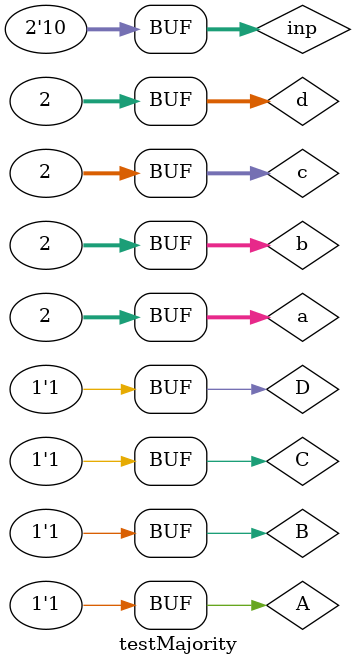
<source format=v>
module testMajority();
	reg A, B, C, D;
	reg [1:0] inp;
	integer a,b,c,d;
	assign inp[0] =0;
	assign inp[1] =1;
	wire Y;
Majority4B test(.A(A), .B(B), .C(C), .D(D), .Y(Y));
initial
begin
	for(a=0;a<2;a=a+1)
	begin	for(b=0;b<2;b=b+1)
		begin	for(c=0;c<2;c=c+1)
			begin	for(d=0;d<2;d=d+1)
				begin
				#100
				A=inp[a]; B=inp[b];
				C=inp[c]; D=inp[d];
				end
			end
		end
	end
end
endmodule
</source>
